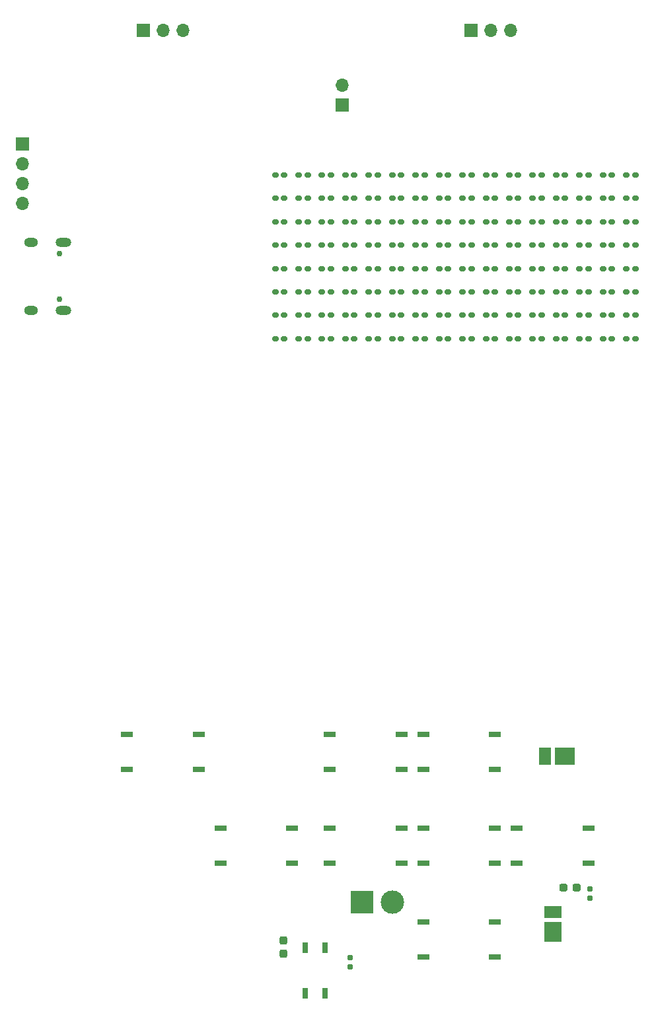
<source format=gbr>
%TF.GenerationSoftware,KiCad,Pcbnew,8.0.0*%
%TF.CreationDate,2024-05-13T19:40:42+08:00*%
%TF.ProjectId,pcb_badge,7063625f-6261-4646-9765-2e6b69636164,rev?*%
%TF.SameCoordinates,Original*%
%TF.FileFunction,Soldermask,Top*%
%TF.FilePolarity,Negative*%
%FSLAX46Y46*%
G04 Gerber Fmt 4.6, Leading zero omitted, Abs format (unit mm)*
G04 Created by KiCad (PCBNEW 8.0.0) date 2024-05-13 19:40:42*
%MOMM*%
%LPD*%
G01*
G04 APERTURE LIST*
G04 Aperture macros list*
%AMRoundRect*
0 Rectangle with rounded corners*
0 $1 Rounding radius*
0 $2 $3 $4 $5 $6 $7 $8 $9 X,Y pos of 4 corners*
0 Add a 4 corners polygon primitive as box body*
4,1,4,$2,$3,$4,$5,$6,$7,$8,$9,$2,$3,0*
0 Add four circle primitives for the rounded corners*
1,1,$1+$1,$2,$3*
1,1,$1+$1,$4,$5*
1,1,$1+$1,$6,$7*
1,1,$1+$1,$8,$9*
0 Add four rect primitives between the rounded corners*
20,1,$1+$1,$2,$3,$4,$5,0*
20,1,$1+$1,$4,$5,$6,$7,0*
20,1,$1+$1,$6,$7,$8,$9,0*
20,1,$1+$1,$8,$9,$2,$3,0*%
G04 Aperture macros list end*
%ADD10R,1.700000X1.700000*%
%ADD11O,1.700000X1.700000*%
%ADD12RoundRect,0.160000X-0.222500X-0.160000X0.222500X-0.160000X0.222500X0.160000X-0.222500X0.160000X0*%
%ADD13R,2.200000X2.500000*%
%ADD14R,2.200000X1.550000*%
%ADD15R,1.524000X0.762000*%
%ADD16R,0.700000X1.400000*%
%ADD17RoundRect,0.237500X-0.237500X0.300000X-0.237500X-0.300000X0.237500X-0.300000X0.237500X0.300000X0*%
%ADD18R,3.000000X3.000000*%
%ADD19C,3.000000*%
%ADD20RoundRect,0.237500X-0.287500X-0.237500X0.287500X-0.237500X0.287500X0.237500X-0.287500X0.237500X0*%
%ADD21R,2.500000X2.200000*%
%ADD22R,1.550000X2.200000*%
%ADD23RoundRect,0.160000X0.160000X-0.197500X0.160000X0.197500X-0.160000X0.197500X-0.160000X-0.197500X0*%
%ADD24C,0.750000*%
%ADD25O,1.800000X1.200000*%
%ADD26O,2.000000X1.200000*%
G04 APERTURE END LIST*
D10*
%TO.C,J5*%
X133500000Y-34500000D03*
D11*
X136040000Y-34500000D03*
X138580000Y-34500000D03*
%TD*%
D12*
%TO.C,D112*%
X114427502Y-62000000D03*
X115572502Y-62000000D03*
%TD*%
%TO.C,D21*%
X135427502Y-59000000D03*
X136572502Y-59000000D03*
%TD*%
%TO.C,D22*%
X138427502Y-59000000D03*
X139572502Y-59000000D03*
%TD*%
%TO.C,D124*%
X120427502Y-65000000D03*
X121572502Y-65000000D03*
%TD*%
D13*
%TO.C,D160*%
X144000000Y-150050000D03*
D14*
X144000000Y-147475000D03*
%TD*%
D12*
%TO.C,D157*%
X129427502Y-74000000D03*
X130572502Y-74000000D03*
%TD*%
%TO.C,D143*%
X117427502Y-71000000D03*
X118572502Y-71000000D03*
%TD*%
%TO.C,D55*%
X147427502Y-68000000D03*
X148572502Y-68000000D03*
%TD*%
D15*
%TO.C,SW3*%
X89402602Y-124749999D03*
X98597402Y-124749999D03*
X89402602Y-129250001D03*
X98597402Y-129250001D03*
%TD*%
D12*
%TO.C,D147*%
X129427502Y-71000000D03*
X130572502Y-71000000D03*
%TD*%
%TO.C,D96*%
X126427502Y-56000000D03*
X127572502Y-56000000D03*
%TD*%
%TO.C,D33*%
X141427502Y-62000000D03*
X142572502Y-62000000D03*
%TD*%
%TO.C,D104*%
X120427502Y-59000000D03*
X121572502Y-59000000D03*
%TD*%
%TO.C,D150*%
X108427502Y-74000000D03*
X109572502Y-74000000D03*
%TD*%
%TO.C,D152*%
X114427502Y-74000000D03*
X115572502Y-74000000D03*
%TD*%
%TO.C,D51*%
X135427502Y-68000000D03*
X136572502Y-68000000D03*
%TD*%
%TO.C,D71*%
X135427502Y-74000000D03*
X136572502Y-74000000D03*
%TD*%
%TO.C,D113*%
X117427502Y-62000000D03*
X118572502Y-62000000D03*
%TD*%
%TO.C,D77*%
X153427502Y-74000000D03*
X154572502Y-74000000D03*
%TD*%
%TO.C,D43*%
X141427502Y-65000000D03*
X142572502Y-65000000D03*
%TD*%
%TO.C,D153*%
X117427502Y-74000000D03*
X118572502Y-74000000D03*
%TD*%
%TO.C,D110*%
X108427502Y-62000000D03*
X109572502Y-62000000D03*
%TD*%
D16*
%TO.C,U6*%
X112230002Y-157900000D03*
X114770002Y-157900000D03*
X114770002Y-152100000D03*
X112230002Y-152100000D03*
%TD*%
D12*
%TO.C,D01*%
X135427502Y-53000000D03*
X136572502Y-53000000D03*
%TD*%
%TO.C,D136*%
X126427502Y-68000000D03*
X127572502Y-68000000D03*
%TD*%
%TO.C,D56*%
X150427502Y-68000000D03*
X151572502Y-68000000D03*
%TD*%
%TO.C,D05*%
X147427502Y-53000000D03*
X148572502Y-53000000D03*
%TD*%
%TO.C,D154*%
X120427502Y-74000000D03*
X121572502Y-74000000D03*
%TD*%
%TO.C,D16*%
X150427502Y-56000000D03*
X151572502Y-56000000D03*
%TD*%
%TO.C,D151*%
X111427502Y-74000000D03*
X112572502Y-74000000D03*
%TD*%
%TO.C,D66*%
X150427502Y-71000000D03*
X151572502Y-71000000D03*
%TD*%
%TO.C,D12*%
X138427502Y-56000000D03*
X139572502Y-56000000D03*
%TD*%
%TO.C,D76*%
X150427502Y-74000000D03*
X151572502Y-74000000D03*
%TD*%
%TO.C,D155*%
X123427502Y-74000000D03*
X124572502Y-74000000D03*
%TD*%
D17*
%TO.C,C60*%
X109500002Y-151137500D03*
X109500002Y-152862500D03*
%TD*%
D12*
%TO.C,D75*%
X147427502Y-74000000D03*
X148572502Y-74000000D03*
%TD*%
%TO.C,D67*%
X153427502Y-71000000D03*
X154572502Y-71000000D03*
%TD*%
D10*
%TO.C,J7*%
X117000000Y-44000000D03*
D11*
X117000000Y-41460000D03*
%TD*%
D18*
%TO.C,J2*%
X119592500Y-146250000D03*
D19*
X123472500Y-146250000D03*
%TD*%
D12*
%TO.C,D95*%
X123427502Y-56000000D03*
X124572502Y-56000000D03*
%TD*%
%TO.C,D134*%
X120427502Y-68000000D03*
X121572502Y-68000000D03*
%TD*%
%TO.C,D145*%
X123427502Y-71000000D03*
X124572502Y-71000000D03*
%TD*%
%TO.C,D125*%
X123427502Y-65000000D03*
X124572502Y-65000000D03*
%TD*%
%TO.C,D13*%
X141427502Y-56000000D03*
X142572502Y-56000000D03*
%TD*%
%TO.C,D44*%
X144427502Y-65000000D03*
X145572502Y-65000000D03*
%TD*%
%TO.C,D34*%
X144427502Y-62000000D03*
X145572502Y-62000000D03*
%TD*%
%TO.C,D114*%
X120427502Y-62000000D03*
X121572502Y-62000000D03*
%TD*%
%TO.C,D14*%
X144427502Y-56000000D03*
X145572502Y-56000000D03*
%TD*%
%TO.C,D103*%
X117427502Y-59000000D03*
X118572502Y-59000000D03*
%TD*%
%TO.C,D53*%
X141427502Y-68000000D03*
X142572502Y-68000000D03*
%TD*%
%TO.C,D90*%
X108427502Y-56000000D03*
X109572502Y-56000000D03*
%TD*%
%TO.C,D156*%
X126427502Y-74000000D03*
X127572502Y-74000000D03*
%TD*%
D20*
%TO.C,D3*%
X145347500Y-144377500D03*
X147097500Y-144377500D03*
%TD*%
D12*
%TO.C,D62*%
X138427502Y-71000000D03*
X139572502Y-71000000D03*
%TD*%
%TO.C,D20*%
X132427502Y-59000000D03*
X133572502Y-59000000D03*
%TD*%
%TO.C,D36*%
X150427502Y-62000000D03*
X151572502Y-62000000D03*
%TD*%
%TO.C,D93*%
X117427502Y-56000000D03*
X118572502Y-56000000D03*
%TD*%
%TO.C,D60*%
X132427502Y-71000000D03*
X133572502Y-71000000D03*
%TD*%
%TO.C,D111*%
X111427502Y-62000000D03*
X112572502Y-62000000D03*
%TD*%
%TO.C,D32*%
X138427502Y-62000000D03*
X139572502Y-62000000D03*
%TD*%
%TO.C,D115*%
X123427502Y-62000000D03*
X124572502Y-62000000D03*
%TD*%
%TO.C,D30*%
X132427502Y-62000000D03*
X133572502Y-62000000D03*
%TD*%
%TO.C,D37*%
X153427502Y-62000000D03*
X154572502Y-62000000D03*
%TD*%
%TO.C,D27*%
X153427502Y-59000000D03*
X154572502Y-59000000D03*
%TD*%
%TO.C,D07*%
X153427502Y-53000000D03*
X154572502Y-53000000D03*
%TD*%
%TO.C,D65*%
X147427502Y-71000000D03*
X148572502Y-71000000D03*
%TD*%
%TO.C,D97*%
X129427502Y-56000000D03*
X130572502Y-56000000D03*
%TD*%
%TO.C,D02*%
X138427502Y-53000000D03*
X139572502Y-53000000D03*
%TD*%
%TO.C,D141*%
X111427502Y-71000000D03*
X112572502Y-71000000D03*
%TD*%
D15*
%TO.C,SW6*%
X139402602Y-136749999D03*
X148597402Y-136749999D03*
X139402602Y-141250001D03*
X148597402Y-141250001D03*
%TD*%
D12*
%TO.C,D133*%
X117427502Y-68000000D03*
X118572502Y-68000000D03*
%TD*%
D15*
%TO.C,SW1*%
X101402602Y-136749999D03*
X110597402Y-136749999D03*
X101402602Y-141250001D03*
X110597402Y-141250001D03*
%TD*%
D12*
%TO.C,D126*%
X126427502Y-65000000D03*
X127572502Y-65000000D03*
%TD*%
%TO.C,D06*%
X150427502Y-53000000D03*
X151572502Y-53000000D03*
%TD*%
%TO.C,D84*%
X120427502Y-53000000D03*
X121572502Y-53000000D03*
%TD*%
%TO.C,D91*%
X111427502Y-56000000D03*
X112572502Y-56000000D03*
%TD*%
%TO.C,D130*%
X108427502Y-68000000D03*
X109572502Y-68000000D03*
%TD*%
%TO.C,D17*%
X153427502Y-56000000D03*
X154572502Y-56000000D03*
%TD*%
%TO.C,D24*%
X144427502Y-59000000D03*
X145572502Y-59000000D03*
%TD*%
D15*
%TO.C,SW2*%
X127402602Y-148749999D03*
X136597402Y-148749999D03*
X127402602Y-153250001D03*
X136597402Y-153250001D03*
%TD*%
D12*
%TO.C,D35*%
X147427502Y-62000000D03*
X148572502Y-62000000D03*
%TD*%
%TO.C,D04*%
X144427502Y-53000000D03*
X145572502Y-53000000D03*
%TD*%
%TO.C,D100*%
X108427502Y-59000000D03*
X109572502Y-59000000D03*
%TD*%
%TO.C,D74*%
X144427502Y-74000000D03*
X145572502Y-74000000D03*
%TD*%
%TO.C,D70*%
X132427502Y-74000000D03*
X133572502Y-74000000D03*
%TD*%
%TO.C,D106*%
X126427502Y-59000000D03*
X127572502Y-59000000D03*
%TD*%
%TO.C,D101*%
X111427502Y-59000000D03*
X112572502Y-59000000D03*
%TD*%
%TO.C,D132*%
X114427502Y-68000000D03*
X115572502Y-68000000D03*
%TD*%
%TO.C,D23*%
X141427502Y-59000000D03*
X142572502Y-59000000D03*
%TD*%
%TO.C,D57*%
X153427502Y-68000000D03*
X154572502Y-68000000D03*
%TD*%
%TO.C,D107*%
X129427502Y-59000000D03*
X130572502Y-59000000D03*
%TD*%
%TO.C,D123*%
X117427502Y-65000000D03*
X118572502Y-65000000D03*
%TD*%
%TO.C,D102*%
X114427502Y-59000000D03*
X115572502Y-59000000D03*
%TD*%
%TO.C,D64*%
X144427502Y-71000000D03*
X145572502Y-71000000D03*
%TD*%
%TO.C,D26*%
X150427502Y-59000000D03*
X151572502Y-59000000D03*
%TD*%
%TO.C,D42*%
X138427502Y-65000000D03*
X139572502Y-65000000D03*
%TD*%
%TO.C,D46*%
X150427502Y-65000000D03*
X151572502Y-65000000D03*
%TD*%
%TO.C,D131*%
X111427502Y-68000000D03*
X112572502Y-68000000D03*
%TD*%
%TO.C,D50*%
X132427502Y-68000000D03*
X133572502Y-68000000D03*
%TD*%
D21*
%TO.C,D161*%
X145550000Y-127500000D03*
D22*
X142975000Y-127500000D03*
%TD*%
D12*
%TO.C,D144*%
X120427502Y-71000000D03*
X121572502Y-71000000D03*
%TD*%
%TO.C,D105*%
X123427502Y-59000000D03*
X124572502Y-59000000D03*
%TD*%
%TO.C,D116*%
X126427502Y-62000000D03*
X127572502Y-62000000D03*
%TD*%
%TO.C,D52*%
X138427502Y-68000000D03*
X139572502Y-68000000D03*
%TD*%
D10*
%TO.C,J4*%
X91500000Y-34500000D03*
D11*
X94040000Y-34500000D03*
X96580000Y-34500000D03*
%TD*%
D12*
%TO.C,D00*%
X132427502Y-53000000D03*
X133572502Y-53000000D03*
%TD*%
%TO.C,D85*%
X123427502Y-53000000D03*
X124572502Y-53000000D03*
%TD*%
D15*
%TO.C,SW8*%
X127402602Y-124749999D03*
X136597402Y-124749999D03*
X127402602Y-129250001D03*
X136597402Y-129250001D03*
%TD*%
D12*
%TO.C,D142*%
X114427502Y-71000000D03*
X115572502Y-71000000D03*
%TD*%
%TO.C,D63*%
X141427502Y-71000000D03*
X142572502Y-71000000D03*
%TD*%
%TO.C,D140*%
X108427502Y-71000000D03*
X109572502Y-71000000D03*
%TD*%
D15*
%TO.C,SW5*%
X127402602Y-136749999D03*
X136597402Y-136749999D03*
X127402602Y-141250001D03*
X136597402Y-141250001D03*
%TD*%
D12*
%TO.C,D82*%
X114427502Y-53000000D03*
X115572502Y-53000000D03*
%TD*%
%TO.C,D47*%
X153427502Y-65000000D03*
X154572502Y-65000000D03*
%TD*%
%TO.C,D83*%
X117427502Y-53000000D03*
X118572502Y-53000000D03*
%TD*%
%TO.C,D15*%
X147427502Y-56000000D03*
X148572502Y-56000000D03*
%TD*%
%TO.C,D92*%
X114427502Y-56000000D03*
X115572502Y-56000000D03*
%TD*%
%TO.C,D41*%
X135427502Y-65000000D03*
X136572502Y-65000000D03*
%TD*%
%TO.C,D122*%
X114427502Y-65000000D03*
X115572502Y-65000000D03*
%TD*%
%TO.C,D94*%
X120427502Y-56000000D03*
X121572502Y-56000000D03*
%TD*%
D15*
%TO.C,SW4*%
X115402602Y-136749999D03*
X124597402Y-136749999D03*
X115402602Y-141250001D03*
X124597402Y-141250001D03*
%TD*%
D12*
%TO.C,D25*%
X147427502Y-59000000D03*
X148572502Y-59000000D03*
%TD*%
D23*
%TO.C,R61*%
X118050002Y-154497500D03*
X118050002Y-153302500D03*
%TD*%
D12*
%TO.C,D80*%
X108427502Y-53000000D03*
X109572502Y-53000000D03*
%TD*%
%TO.C,D135*%
X123427502Y-68000000D03*
X124572502Y-68000000D03*
%TD*%
D10*
%TO.C,J3*%
X76000002Y-49000000D03*
D11*
X76000002Y-51540000D03*
X76000002Y-54080000D03*
X76000002Y-56620000D03*
%TD*%
D23*
%TO.C,R29*%
X148800000Y-145697500D03*
X148800000Y-144502500D03*
%TD*%
D12*
%TO.C,D40*%
X132427502Y-65000000D03*
X133572502Y-65000000D03*
%TD*%
%TO.C,D120*%
X108427502Y-65000000D03*
X109572502Y-65000000D03*
%TD*%
%TO.C,D11*%
X135427502Y-56000000D03*
X136572502Y-56000000D03*
%TD*%
%TO.C,D87*%
X129427502Y-53000000D03*
X130572502Y-53000000D03*
%TD*%
%TO.C,D81*%
X111427502Y-53000000D03*
X112572502Y-53000000D03*
%TD*%
%TO.C,D127*%
X129427502Y-65000000D03*
X130572502Y-65000000D03*
%TD*%
%TO.C,D72*%
X138427502Y-74000000D03*
X139572502Y-74000000D03*
%TD*%
%TO.C,D137*%
X129427502Y-68000000D03*
X130572502Y-68000000D03*
%TD*%
%TO.C,D54*%
X144427502Y-68000000D03*
X145572502Y-68000000D03*
%TD*%
%TO.C,D03*%
X141427502Y-53000000D03*
X142572502Y-53000000D03*
%TD*%
%TO.C,D10*%
X132427502Y-56000000D03*
X133572502Y-56000000D03*
%TD*%
%TO.C,D117*%
X129427502Y-62000000D03*
X130572502Y-62000000D03*
%TD*%
%TO.C,D45*%
X147427502Y-65000000D03*
X148572502Y-65000000D03*
%TD*%
%TO.C,D61*%
X135427502Y-71000000D03*
X136572502Y-71000000D03*
%TD*%
D15*
%TO.C,SW7*%
X115402602Y-124749999D03*
X124597402Y-124749999D03*
X115402602Y-129250001D03*
X124597402Y-129250001D03*
%TD*%
D12*
%TO.C,D146*%
X126427502Y-71000000D03*
X127572502Y-71000000D03*
%TD*%
%TO.C,D86*%
X126427502Y-53000000D03*
X127572502Y-53000000D03*
%TD*%
%TO.C,D121*%
X111427502Y-65000000D03*
X112572502Y-65000000D03*
%TD*%
%TO.C,D31*%
X135427502Y-62000000D03*
X136572502Y-62000000D03*
%TD*%
%TO.C,D73*%
X141427502Y-74000000D03*
X142572502Y-74000000D03*
%TD*%
D24*
%TO.C,J1*%
X80810000Y-68900000D03*
X80810000Y-63100000D03*
D25*
X77130000Y-70330000D03*
D26*
X81310000Y-70330000D03*
D25*
X77130000Y-61670000D03*
D26*
X81310000Y-61670000D03*
%TD*%
M02*

</source>
